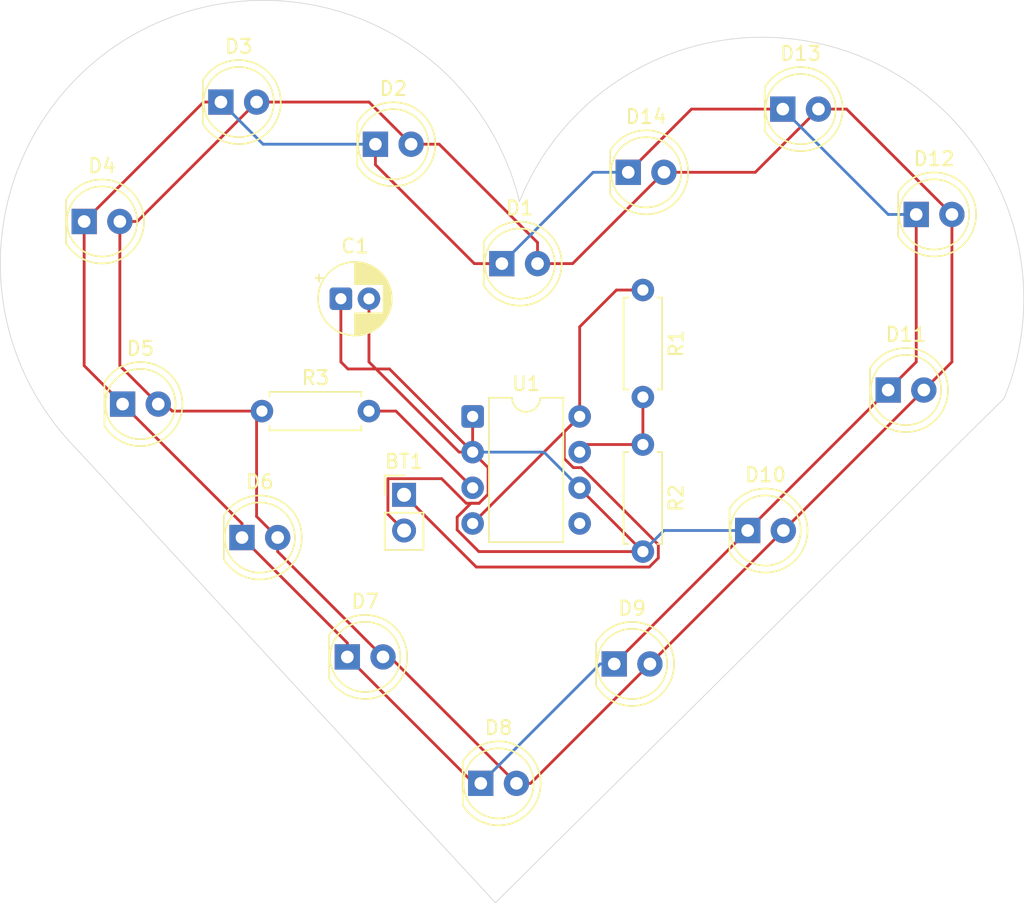
<source format=kicad_pcb>
(kicad_pcb (version 20241229) (generator "pcbnew") (generator_version "9.0")
  (layers (0 "F.Cu" signal) (2 "B.Cu" signal) (13 "F.Paste" user) (15 "B.Paste" user) (5 "F.SilkS" user "F.Silkscreen") (7 "B.SilkS" user "B.Silkscreen") (1 "F.Mask" user) (3 "B.Mask" user) (25 "Edge.Cuts" user))
  (net 0 "")
  (net 1 "+9V")
  (net 2 "GND")
  (net 3 "Net-(D1-A)")
  (net 5 "Net-(U1-OUT)")
  (net 6 "Net-(U1-DISCH)")
  (footprint "LED_THT:LED_D5.0mm" (layer "F.Cu") (at 183.96 67.5)
    (property "Reference" "D1" (at 1.27 -3.96 0) (layer "F.SilkS"))
    (property "Value" "LED")
    (fp_line (start -1.29 -1.545) (end -1.29 1.545) (stroke (width 0.12)) (layer "F.SilkS"))
    (fp_arc (start -1.29 -1.54483) (mid 2.071779 -2.880495) (end 4.26 0) (stroke (width 0.12)) (layer "F.SilkS"))
    (fp_arc (start 4.26 0) (mid 2.071779 2.880495) (end -1.29 1.54483) (stroke (width 0.12)) (layer "F.SilkS"))
    (fp_circle (center 1.27 0) (end 3.77 0) (stroke (width 0.12)) (fill no) (layer "F.SilkS"))
    (pad "1" thru_hole rect (at 0 0) (size 1.8 1.8) (drill 0.9) (layers "*.Cu" "*.Mask") (net 2 "GND"))
    (pad "2" thru_hole circle (at 2.54 0) (size 1.8 1.8) (drill 0.9) (layers "*.Cu" "*.Mask") (net 3 "Net-(D1-A)"))
  )
  (footprint "LED_THT:LED_D5.0mm" (layer "F.Cu") (at 192.96 61)
    (property "Reference" "D14" (at 1.27 -3.96 0) (layer "F.SilkS"))
    (property "Value" "LED")
    (fp_line (start -1.29 -1.545) (end -1.29 1.545) (stroke (width 0.12)) (layer "F.SilkS"))
    (fp_arc (start -1.29 -1.54483) (mid 2.071779 -2.880495) (end 4.26 0) (stroke (width 0.12)) (layer "F.SilkS"))
    (fp_arc (start 4.26 0) (mid 2.071779 2.880495) (end -1.29 1.54483) (stroke (width 0.12)) (layer "F.SilkS"))
    (fp_circle (center 1.27 0) (end 3.77 0) (stroke (width 0.12)) (fill no) (layer "F.SilkS"))
    (pad "1" thru_hole rect (at 0 0) (size 1.8 1.8) (drill 0.9) (layers "*.Cu" "*.Mask") (net 2 "GND"))
    (pad "2" thru_hole circle (at 2.54 0) (size 1.8 1.8) (drill 0.9) (layers "*.Cu" "*.Mask") (net 3 "Net-(D1-A)"))
  )
  (footprint "Connector_PinHeader_2.54mm:PinHeader_1x02_P2.54mm_Vertical" (layer "F.Cu") (at 177 83.96)
    (property "Reference" "BT1" (at 0 -2.38 0) (layer "F.SilkS"))
    (property "Value" "Battery")
    (fp_line (start -1.38 -1.38) (end 0 -1.38) (stroke (width 0.12)) (layer "F.SilkS"))
    (fp_line (start -1.38 0) (end -1.38 -1.38) (stroke (width 0.12)) (layer "F.SilkS"))
    (fp_line (start -1.38 1.27) (end -1.38 3.92) (stroke (width 0.12)) (layer "F.SilkS"))
    (fp_line (start -1.38 1.27) (end 1.38 1.27) (stroke (width 0.12)) (layer "F.SilkS"))
    (fp_line (start -1.38 3.92) (end 1.38 3.92) (stroke (width 0.12)) (layer "F.SilkS"))
    (fp_line (start 1.38 1.27) (end 1.38 3.92) (stroke (width 0.12)) (layer "F.SilkS"))
    (pad "1" thru_hole rect (at 0 0) (size 1.7 1.7) (drill 1) (layers "*.Cu" "*.Mask") (net 1 "+9V"))
    (pad "2" thru_hole circle (at 0 2.54) (size 1.7 1.7) (drill 1) (layers "*.Cu" "*.Mask") (net 2 "GND"))
  )
  (footprint "LED_THT:LED_D5.0mm" (layer "F.Cu") (at 203.96 56.5)
    (property "Reference" "D13" (at 1.27 -3.96 0) (layer "F.SilkS"))
    (property "Value" "LED")
    (fp_line (start -1.29 -1.545) (end -1.29 1.545) (stroke (width 0.12)) (layer "F.SilkS"))
    (fp_arc (start -1.29 -1.54483) (mid 2.071779 -2.880495) (end 4.26 0) (stroke (width 0.12)) (layer "F.SilkS"))
    (fp_arc (start 4.26 0) (mid 2.071779 2.880495) (end -1.29 1.54483) (stroke (width 0.12)) (layer "F.SilkS"))
    (fp_circle (center 1.27 0) (end 3.77 0) (stroke (width 0.12)) (fill no) (layer "F.SilkS"))
    (pad "1" thru_hole rect (at 0 0) (size 1.8 1.8) (drill 0.9) (layers "*.Cu" "*.Mask") (net 2 "GND"))
    (pad "2" thru_hole circle (at 2.54 0) (size 1.8 1.8) (drill 0.9) (layers "*.Cu" "*.Mask") (net 3 "Net-(D1-A)"))
  )
  (footprint "LED_THT:LED_D5.0mm" (layer "F.Cu") (at 154.225 64.5)
    (property "Reference" "D4" (at 1.27 -3.96 0) (layer "F.SilkS"))
    (property "Value" "LED")
    (fp_line (start -1.29 -1.545) (end -1.29 1.545) (stroke (width 0.12)) (layer "F.SilkS"))
    (fp_arc (start -1.29 -1.54483) (mid 2.071779 -2.880495) (end 4.26 0) (stroke (width 0.12)) (layer "F.SilkS"))
    (fp_arc (start 4.26 0) (mid 2.071779 2.880495) (end -1.29 1.54483) (stroke (width 0.12)) (layer "F.SilkS"))
    (fp_circle (center 1.27 0) (end 3.77 0) (stroke (width 0.12)) (fill no) (layer "F.SilkS"))
    (pad "1" thru_hole rect (at 0 0) (size 1.8 1.8) (drill 0.9) (layers "*.Cu" "*.Mask") (net 2 "GND"))
    (pad "2" thru_hole circle (at 2.54 0) (size 1.8 1.8) (drill 0.9) (layers "*.Cu" "*.Mask") (net 3 "Net-(D1-A)"))
  )
  (footprint "Resistor_THT:R_Axial_DIN0207_L6.3mm_D2.5mm_P7.62mm_Horizontal" (layer "F.Cu") (at 166.88 78)
    (property "Reference" "R3" (at 3.81 -2.37 0) (layer "F.SilkS"))
    (property "Value" "470")
    (fp_line (start 0.54 -1.37) (end 7.08 -1.37) (stroke (width 0.12)) (layer "F.SilkS"))
    (fp_line (start 0.54 -1.04) (end 0.54 -1.37) (stroke (width 0.12)) (layer "F.SilkS"))
    (fp_line (start 0.54 1.04) (end 0.54 1.37) (stroke (width 0.12)) (layer "F.SilkS"))
    (fp_line (start 0.54 1.37) (end 7.08 1.37) (stroke (width 0.12)) (layer "F.SilkS"))
    (fp_line (start 7.08 -1.37) (end 7.08 -1.04) (stroke (width 0.12)) (layer "F.SilkS"))
    (fp_line (start 7.08 1.37) (end 7.08 1.04) (stroke (width 0.12)) (layer "F.SilkS"))
    (pad "1" thru_hole circle (at 0 0) (size 1.6 1.6) (drill 0.8) (layers "*.Cu" "*.Mask") (net 3 "Net-(D1-A)"))
    (pad "2" thru_hole circle (at 7.62 0) (size 1.6 1.6) (drill 0.8) (layers "*.Cu" "*.Mask") (net 5 "Net-(U1-OUT)"))
  )
  (footprint "LED_THT:LED_D5.0mm" (layer "F.Cu") (at 172.96 95.5)
    (property "Reference" "D7" (at 1.27 -3.96 0) (layer "F.SilkS"))
    (property "Value" "LED")
    (fp_line (start -1.29 -1.545) (end -1.29 1.545) (stroke (width 0.12)) (layer "F.SilkS"))
    (fp_arc (start -1.29 -1.54483) (mid 2.071779 -2.880495) (end 4.26 0) (stroke (width 0.12)) (layer "F.SilkS"))
    (fp_arc (start 4.26 0) (mid 2.071779 2.880495) (end -1.29 1.54483) (stroke (width 0.12)) (layer "F.SilkS"))
    (fp_circle (center 1.27 0) (end 3.77 0) (stroke (width 0.12)) (fill no) (layer "F.SilkS"))
    (pad "1" thru_hole rect (at 0 0) (size 1.8 1.8) (drill 0.9) (layers "*.Cu" "*.Mask") (net 2 "GND"))
    (pad "2" thru_hole circle (at 2.54 0) (size 1.8 1.8) (drill 0.9) (layers "*.Cu" "*.Mask") (net 3 "Net-(D1-A)"))
  )
  (footprint "LED_THT:LED_D5.0mm" (layer "F.Cu") (at 191.96 96)
    (property "Reference" "D9" (at 1.27 -3.96 0) (layer "F.SilkS"))
    (property "Value" "LED")
    (fp_line (start -1.29 -1.545) (end -1.29 1.545) (stroke (width 0.12)) (layer "F.SilkS"))
    (fp_arc (start -1.29 -1.54483) (mid 2.071779 -2.880495) (end 4.26 0) (stroke (width 0.12)) (layer "F.SilkS"))
    (fp_arc (start 4.26 0) (mid 2.071779 2.880495) (end -1.29 1.54483) (stroke (width 0.12)) (layer "F.SilkS"))
    (fp_circle (center 1.27 0) (end 3.77 0) (stroke (width 0.12)) (fill no) (layer "F.SilkS"))
    (pad "1" thru_hole rect (at 0 0) (size 1.8 1.8) (drill 0.9) (layers "*.Cu" "*.Mask") (net 2 "GND"))
    (pad "2" thru_hole circle (at 2.54 0) (size 1.8 1.8) (drill 0.9) (layers "*.Cu" "*.Mask") (net 3 "Net-(D1-A)"))
  )
  (footprint "LED_THT:LED_D5.0mm" (layer "F.Cu") (at 213.46 64)
    (property "Reference" "D12" (at 1.27 -3.96 0) (layer "F.SilkS"))
    (property "Value" "LED")
    (fp_line (start -1.29 -1.545) (end -1.29 1.545) (stroke (width 0.12)) (layer "F.SilkS"))
    (fp_arc (start -1.29 -1.54483) (mid 2.071779 -2.880495) (end 4.26 0) (stroke (width 0.12)) (layer "F.SilkS"))
    (fp_arc (start 4.26 0) (mid 2.071779 2.880495) (end -1.29 1.54483) (stroke (width 0.12)) (layer "F.SilkS"))
    (fp_circle (center 1.27 0) (end 3.77 0) (stroke (width 0.12)) (fill no) (layer "F.SilkS"))
    (pad "1" thru_hole rect (at 0 0) (size 1.8 1.8) (drill 0.9) (layers "*.Cu" "*.Mask") (net 2 "GND"))
    (pad "2" thru_hole circle (at 2.54 0) (size 1.8 1.8) (drill 0.9) (layers "*.Cu" "*.Mask") (net 3 "Net-(D1-A)"))
  )
  (footprint "LED_THT:LED_D5.0mm" (layer "F.Cu") (at 201.46 86.5)
    (property "Reference" "D10" (at 1.27 -3.96 0) (layer "F.SilkS"))
    (property "Value" "LED")
    (fp_line (start -1.29 -1.545) (end -1.29 1.545) (stroke (width 0.12)) (layer "F.SilkS"))
    (fp_arc (start -1.29 -1.54483) (mid 2.071779 -2.880495) (end 4.26 0) (stroke (width 0.12)) (layer "F.SilkS"))
    (fp_arc (start 4.26 0) (mid 2.071779 2.880495) (end -1.29 1.54483) (stroke (width 0.12)) (layer "F.SilkS"))
    (fp_circle (center 1.27 0) (end 3.77 0) (stroke (width 0.12)) (fill no) (layer "F.SilkS"))
    (pad "1" thru_hole rect (at 0 0) (size 1.8 1.8) (drill 0.9) (layers "*.Cu" "*.Mask") (net 2 "GND"))
    (pad "2" thru_hole circle (at 2.54 0) (size 1.8 1.8) (drill 0.9) (layers "*.Cu" "*.Mask") (net 3 "Net-(D1-A)"))
  )
  (footprint "LED_THT:LED_D5.0mm" (layer "F.Cu") (at 182.46 104.5)
    (property "Reference" "D8" (at 1.27 -3.96 0) (layer "F.SilkS"))
    (property "Value" "LED")
    (fp_line (start -1.29 -1.545) (end -1.29 1.545) (stroke (width 0.12)) (layer "F.SilkS"))
    (fp_arc (start -1.29 -1.54483) (mid 2.071779 -2.880495) (end 4.26 0) (stroke (width 0.12)) (layer "F.SilkS"))
    (fp_arc (start 4.26 0) (mid 2.071779 2.880495) (end -1.29 1.54483) (stroke (width 0.12)) (layer "F.SilkS"))
    (fp_circle (center 1.27 0) (end 3.77 0) (stroke (width 0.12)) (fill no) (layer "F.SilkS"))
    (pad "1" thru_hole rect (at 0 0) (size 1.8 1.8) (drill 0.9) (layers "*.Cu" "*.Mask") (net 2 "GND"))
    (pad "2" thru_hole circle (at 2.54 0) (size 1.8 1.8) (drill 0.9) (layers "*.Cu" "*.Mask") (net 3 "Net-(D1-A)"))
  )
  (footprint "Resistor_THT:R_Axial_DIN0207_L6.3mm_D2.5mm_P7.62mm_Horizontal" (layer "F.Cu") (at 194 69.38 -90)
    (property "Reference" "R1" (at 3.81 -2.37 90) (layer "F.SilkS"))
    (property "Value" "68k")
    (fp_line (start 0.54 1.37) (end 7.08 1.37) (stroke (width 0.12)) (layer "F.SilkS"))
    (fp_line (start 7.08 1.37) (end 7.08 1.04) (stroke (width 0.12)) (layer "F.SilkS"))
    (fp_line (start 0.54 1.04) (end 0.54 1.37) (stroke (width 0.12)) (layer "F.SilkS"))
    (fp_line (start 0.54 -1.04) (end 0.54 -1.37) (stroke (width 0.12)) (layer "F.SilkS"))
    (fp_line (start 0.54 -1.37) (end 7.08 -1.37) (stroke (width 0.12)) (layer "F.SilkS"))
    (fp_line (start 7.08 -1.37) (end 7.08 -1.04) (stroke (width 0.12)) (layer "F.SilkS"))
    (pad "1" thru_hole circle (at 0 0 270) (size 1.6 1.6) (drill 0.8) (layers "*.Cu" "*.Mask") (net 1 "+9V"))
    (pad "2" thru_hole circle (at 7.62 0 270) (size 1.6 1.6) (drill 0.8) (layers "*.Cu" "*.Mask") (net 6 "Net-(U1-DISCH)"))
  )
  (footprint "LED_THT:LED_D5.0mm" (layer "F.Cu") (at 174.96 59)
    (property "Reference" "D2" (at 1.27 -3.96 0) (layer "F.SilkS"))
    (property "Value" "LED")
    (fp_line (start -1.29 -1.545) (end -1.29 1.545) (stroke (width 0.12)) (layer "F.SilkS"))
    (fp_arc (start -1.29 -1.54483) (mid 2.071779 -2.880495) (end 4.26 0) (stroke (width 0.12)) (layer "F.SilkS"))
    (fp_arc (start 4.26 0) (mid 2.071779 2.880495) (end -1.29 1.54483) (stroke (width 0.12)) (layer "F.SilkS"))
    (fp_circle (center 1.27 0) (end 3.77 0) (stroke (width 0.12)) (fill no) (layer "F.SilkS"))
    (pad "1" thru_hole rect (at 0 0) (size 1.8 1.8) (drill 0.9) (layers "*.Cu" "*.Mask") (net 2 "GND"))
    (pad "2" thru_hole circle (at 2.54 0) (size 1.8 1.8) (drill 0.9) (layers "*.Cu" "*.Mask") (net 3 "Net-(D1-A)"))
  )
  (footprint "LED_THT:LED_D5.0mm" (layer "F.Cu") (at 211.46 76.5)
    (property "Reference" "D11" (at 1.27 -3.96 0) (layer "F.SilkS"))
    (property "Value" "LED")
    (fp_line (start -1.29 -1.545) (end -1.29 1.545) (stroke (width 0.12)) (layer "F.SilkS"))
    (fp_arc (start -1.29 -1.54483) (mid 2.071779 -2.880495) (end 4.26 0) (stroke (width 0.12)) (layer "F.SilkS"))
    (fp_arc (start 4.26 0) (mid 2.071779 2.880495) (end -1.29 1.54483) (stroke (width 0.12)) (layer "F.SilkS"))
    (fp_circle (center 1.27 0) (end 3.77 0) (stroke (width 0.12)) (fill no) (layer "F.SilkS"))
    (pad "1" thru_hole rect (at 0 0) (size 1.8 1.8) (drill 0.9) (layers "*.Cu" "*.Mask") (net 2 "GND"))
    (pad "2" thru_hole circle (at 2.54 0) (size 1.8 1.8) (drill 0.9) (layers "*.Cu" "*.Mask") (net 3 "Net-(D1-A)"))
  )
  (footprint "LED_THT:LED_D5.0mm" (layer "F.Cu") (at 165.46 87)
    (property "Reference" "D6" (at 1.27 -3.96 0) (layer "F.SilkS"))
    (property "Value" "LED")
    (fp_line (start -1.29 -1.545) (end -1.29 1.545) (stroke (width 0.12)) (layer "F.SilkS"))
    (fp_arc (start -1.29 -1.54483) (mid 2.071779 -2.880495) (end 4.26 0) (stroke (width 0.12)) (layer "F.SilkS"))
    (fp_arc (start 4.26 0) (mid 2.071779 2.880495) (end -1.29 1.54483) (stroke (width 0.12)) (layer "F.SilkS"))
    (fp_circle (center 1.27 0) (end 3.77 0) (stroke (width 0.12)) (fill no) (layer "F.SilkS"))
    (pad "1" thru_hole rect (at 0 0) (size 1.8 1.8) (drill 0.9) (layers "*.Cu" "*.Mask") (net 2 "GND"))
    (pad "2" thru_hole circle (at 2.54 0) (size 1.8 1.8) (drill 0.9) (layers "*.Cu" "*.Mask") (net 3 "Net-(D1-A)"))
  )
  (footprint "Resistor_THT:R_Axial_DIN0207_L6.3mm_D2.5mm_P7.62mm_Horizontal" (layer "F.Cu") (at 194 80.38 -90)
    (property "Reference" "R2" (at 3.81 -2.37 90) (layer "F.SilkS"))
    (property "Value" "10k")
    (fp_line (start 0.54 1.37) (end 7.08 1.37) (stroke (width 0.12)) (layer "F.SilkS"))
    (fp_line (start 7.08 1.37) (end 7.08 1.04) (stroke (width 0.12)) (layer "F.SilkS"))
    (fp_line (start 0.54 1.04) (end 0.54 1.37) (stroke (width 0.12)) (layer "F.SilkS"))
    (fp_line (start 0.54 -1.04) (end 0.54 -1.37) (stroke (width 0.12)) (layer "F.SilkS"))
    (fp_line (start 0.54 -1.37) (end 7.08 -1.37) (stroke (width 0.12)) (layer "F.SilkS"))
    (fp_line (start 7.08 -1.37) (end 7.08 -1.04) (stroke (width 0.12)) (layer "F.SilkS"))
    (pad "1" thru_hole circle (at 0 0 270) (size 1.6 1.6) (drill 0.8) (layers "*.Cu" "*.Mask") (net 6 "Net-(U1-DISCH)"))
    (pad "2" thru_hole circle (at 7.62 0 270) (size 1.6 1.6) (drill 0.8) (layers "*.Cu" "*.Mask") (net 2 "GND"))
  )
  (footprint "LED_THT:LED_D5.0mm" (layer "F.Cu") (at 156.96 77.5)
    (property "Reference" "D5" (at 1.27 -3.96 0) (layer "F.SilkS"))
    (property "Value" "LED")
    (fp_line (start -1.29 -1.545) (end -1.29 1.545) (stroke (width 0.12)) (layer "F.SilkS"))
    (fp_arc (start -1.29 -1.54483) (mid 2.071779 -2.880495) (end 4.26 0) (stroke (width 0.12)) (layer "F.SilkS"))
    (fp_arc (start 4.26 0) (mid 2.071779 2.880495) (end -1.29 1.54483) (stroke (width 0.12)) (layer "F.SilkS"))
    (fp_circle (center 1.27 0) (end 3.77 0) (stroke (width 0.12)) (fill no) (layer "F.SilkS"))
    (pad "1" thru_hole rect (at 0 0) (size 1.8 1.8) (drill 0.9) (layers "*.Cu" "*.Mask") (net 2 "GND"))
    (pad "2" thru_hole circle (at 2.54 0) (size 1.8 1.8) (drill 0.9) (layers "*.Cu" "*.Mask") (net 3 "Net-(D1-A)"))
  )
  (footprint "Capacitor_THT:CP_Radial_D5.0mm_P2.00mm" (layer "F.Cu") (at 172.5 70)
    (property "Reference" "C1" (at 1 -3.75 0) (layer "F.SilkS"))
    (property "Value" "10uF")
    (fp_line (start -1.804775 -1.475) (end -1.304775 -1.475) (stroke (width 0.12)) (layer "F.SilkS"))
    (fp_line (start -1.554775 -1.725) (end -1.554775 -1.225) (stroke (width 0.12)) (layer "F.SilkS"))
    (fp_line (start 1 -2.58) (end 1 -1.04) (stroke (width 0.12)) (layer "F.SilkS"))
    (fp_line (start 1 1.04) (end 1 2.58) (stroke (width 0.12)) (layer "F.SilkS"))
    (fp_line (start 1.04 -2.58) (end 1.04 -1.04) (stroke (width 0.12)) (layer "F.SilkS"))
    (fp_line (start 1.04 1.04) (end 1.04 2.58) (stroke (width 0.12)) (layer "F.SilkS"))
    (fp_line (start 1.08 -2.579) (end 1.08 -1.04) (stroke (width 0.12)) (layer "F.SilkS"))
    (fp_line (start 1.08 1.04) (end 1.08 2.579) (stroke (width 0.12)) (layer "F.SilkS"))
    (fp_line (start 1.12 -2.577) (end 1.12 -1.04) (stroke (width 0.12)) (layer "F.SilkS"))
    (fp_line (start 1.12 1.04) (end 1.12 2.577) (stroke (width 0.12)) (layer "F.SilkS"))
    (fp_line (start 1.16 -2.575) (end 1.16 -1.04) (stroke (width 0.12)) (layer "F.SilkS"))
    (fp_line (start 1.16 1.04) (end 1.16 2.575) (stroke (width 0.12)) (layer "F.SilkS"))
    (fp_line (start 1.2 -2.572) (end 1.2 -1.04) (stroke (width 0.12)) (layer "F.SilkS"))
    (fp_line (start 1.2 1.04) (end 1.2 2.572) (stroke (width 0.12)) (layer "F.SilkS"))
    (fp_line (start 1.24 -2.569) (end 1.24 -1.04) (stroke (width 0.12)) (layer "F.SilkS"))
    (fp_line (start 1.24 1.04) (end 1.24 2.569) (stroke (width 0.12)) (layer "F.SilkS"))
    (fp_line (start 1.28 -2.565) (end 1.28 -1.04) (stroke (width 0.12)) (layer "F.SilkS"))
    (fp_line (start 1.28 1.04) (end 1.28 2.565) (stroke (width 0.12)) (layer "F.SilkS"))
    (fp_line (start 1.32 -2.56) (end 1.32 -1.04) (stroke (width 0.12)) (layer "F.SilkS"))
    (fp_line (start 1.32 1.04) (end 1.32 2.56) (stroke (width 0.12)) (layer "F.SilkS"))
    (fp_line (start 1.36 -2.555) (end 1.36 -1.04) (stroke (width 0.12)) (layer "F.SilkS"))
    (fp_line (start 1.36 1.04) (end 1.36 2.555) (stroke (width 0.12)) (layer "F.SilkS"))
    (fp_line (start 1.4 -2.549) (end 1.4 -1.04) (stroke (width 0.12)) (layer "F.SilkS"))
    (fp_line (start 1.4 1.04) (end 1.4 2.549) (stroke (width 0.12)) (layer "F.SilkS"))
    (fp_line (start 1.44 -2.543) (end 1.44 -1.04) (stroke (width 0.12)) (layer "F.SilkS"))
    (fp_line (start 1.44 1.04) (end 1.44 2.543) (stroke (width 0.12)) (layer "F.SilkS"))
    (fp_line (start 1.48 -2.536) (end 1.48 -1.04) (stroke (width 0.12)) (layer "F.SilkS"))
    (fp_line (start 1.48 1.04) (end 1.48 2.536) (stroke (width 0.12)) (layer "F.SilkS"))
    (fp_line (start 1.52 -2.528) (end 1.52 -1.04) (stroke (width 0.12)) (layer "F.SilkS"))
    (fp_line (start 1.52 1.04) (end 1.52 2.528) (stroke (width 0.12)) (layer "F.SilkS"))
    (fp_line (start 1.56 -2.519) (end 1.56 -1.04) (stroke (width 0.12)) (layer "F.SilkS"))
    (fp_line (start 1.56 1.04) (end 1.56 2.519) (stroke (width 0.12)) (layer "F.SilkS"))
    (fp_line (start 1.6 -2.51) (end 1.6 -1.04) (stroke (width 0.12)) (layer "F.SilkS"))
    (fp_line (start 1.6 1.04) (end 1.6 2.51) (stroke (width 0.12)) (layer "F.SilkS"))
    (fp_line (start 1.64 -2.501) (end 1.64 -1.04) (stroke (width 0.12)) (layer "F.SilkS"))
    (fp_line (start 1.64 1.04) (end 1.64 2.501) (stroke (width 0.12)) (layer "F.SilkS"))
    (fp_line (start 1.68 -2.49) (end 1.68 -1.04) (stroke (width 0.12)) (layer "F.SilkS"))
    (fp_line (start 1.68 1.04) (end 1.68 2.49) (stroke (width 0.12)) (layer "F.SilkS"))
    (fp_line (start 1.72 -2.479) (end 1.72 -1.04) (stroke (width 0.12)) (layer "F.SilkS"))
    (fp_line (start 1.72 1.04) (end 1.72 2.479) (stroke (width 0.12)) (layer "F.SilkS"))
    (fp_line (start 1.76 -2.467) (end 1.76 -1.04) (stroke (width 0.12)) (layer "F.SilkS"))
    (fp_line (start 1.76 1.04) (end 1.76 2.467) (stroke (width 0.12)) (layer "F.SilkS"))
    (fp_line (start 1.8 -2.455) (end 1.8 -1.04) (stroke (width 0.12)) (layer "F.SilkS"))
    (fp_line (start 1.8 1.04) (end 1.8 2.455) (stroke (width 0.12)) (layer "F.SilkS"))
    (fp_line (start 1.84 -2.442) (end 1.84 -1.04) (stroke (width 0.12)) (layer "F.SilkS"))
    (fp_line (start 1.84 1.04) (end 1.84 2.442) (stroke (width 0.12)) (layer "F.SilkS"))
    (fp_line (start 1.88 -2.428) (end 1.88 -1.04) (stroke (width 0.12)) (layer "F.SilkS"))
    (fp_line (start 1.88 1.04) (end 1.88 2.428) (stroke (width 0.12)) (layer "F.SilkS"))
    (fp_line (start 1.92 -2.413) (end 1.92 -1.04) (stroke (width 0.12)) (layer "F.SilkS"))
    (fp_line (start 1.92 1.04) (end 1.92 2.413) (stroke (width 0.12)) (layer "F.SilkS"))
    (fp_line (start 1.96 -2.398) (end 1.96 -1.04) (stroke (width 0.12)) (layer "F.SilkS"))
    (fp_line (start 1.96 1.04) (end 1.96 2.398) (stroke (width 0.12)) (layer "F.SilkS"))
    (fp_line (start 2 -2.382) (end 2 -1.04) (stroke (width 0.12)) (layer "F.SilkS"))
    (fp_line (start 2 1.04) (end 2 2.382) (stroke (width 0.12)) (layer "F.SilkS"))
    (fp_line (start 2.04 -2.365) (end 2.04 -1.04) (stroke (width 0.12)) (layer "F.SilkS"))
    (fp_line (start 2.04 1.04) (end 2.04 2.365) (stroke (width 0.12)) (layer "F.SilkS"))
    (fp_line (start 2.08 -2.347) (end 2.08 -1.04) (stroke (width 0.12)) (layer "F.SilkS"))
    (fp_line (start 2.08 1.04) (end 2.08 2.347) (stroke (width 0.12)) (layer "F.SilkS"))
    (fp_line (start 2.12 -2.329) (end 2.12 -1.04) (stroke (width 0.12)) (layer "F.SilkS"))
    (fp_line (start 2.12 1.04) (end 2.12 2.329) (stroke (width 0.12)) (layer "F.SilkS"))
    (fp_line (start 2.16 -2.309) (end 2.16 -1.04) (stroke (width 0.12)) (layer "F.SilkS"))
    (fp_line (start 2.16 1.04) (end 2.16 2.309) (stroke (width 0.12)) (layer "F.SilkS"))
    (fp_line (start 2.2 -2.289) (end 2.2 -1.04) (stroke (width 0.12)) (layer "F.SilkS"))
    (fp_line (start 2.2 1.04) (end 2.2 2.289) (stroke (width 0.12)) (layer "F.SilkS"))
    (fp_line (start 2.24 -2.268) (end 2.24 -1.04) (stroke (width 0.12)) (layer "F.SilkS"))
    (fp_line (start 2.24 1.04) (end 2.24 2.268) (stroke (width 0.12)) (layer "F.SilkS"))
    (fp_line (start 2.28 -2.246) (end 2.28 -1.04) (stroke (width 0.12)) (layer "F.SilkS"))
    (fp_line (start 2.28 1.04) (end 2.28 2.246) (stroke (width 0.12)) (layer "F.SilkS"))
    (fp_line (start 2.32 -2.223) (end 2.32 -1.04) (stroke (width 0.12)) (layer "F.SilkS"))
    (fp_line (start 2.32 1.04) (end 2.32 2.223) (stroke (width 0.12)) (layer "F.SilkS"))
    (fp_line (start 2.36 -2.199) (end 2.36 -1.04) (stroke (width 0.12)) (layer "F.SilkS"))
    (fp_line (start 2.36 1.04) (end 2.36 2.199) (stroke (width 0.12)) (layer "F.SilkS"))
    (fp_line (start 2.4 -2.175) (end 2.4 -1.04) (stroke (width 0.12)) (layer "F.SilkS"))
    (fp_line (start 2.4 1.04) (end 2.4 2.175) (stroke (width 0.12)) (layer "F.SilkS"))
    (fp_line (start 2.44 -2.149) (end 2.44 -1.04) (stroke (width 0.12)) (layer "F.SilkS"))
    (fp_line (start 2.44 1.04) (end 2.44 2.149) (stroke (width 0.12)) (layer "F.SilkS"))
    (fp_line (start 2.48 -2.122) (end 2.48 -1.04) (stroke (width 0.12)) (layer "F.SilkS"))
    (fp_line (start 2.48 1.04) (end 2.48 2.122) (stroke (width 0.12)) (layer "F.SilkS"))
    (fp_line (start 2.52 -2.094) (end 2.52 -1.04) (stroke (width 0.12)) (layer "F.SilkS"))
    (fp_line (start 2.52 1.04) (end 2.52 2.094) (stroke (width 0.12)) (layer "F.SilkS"))
    (fp_line (start 2.56 -2.065) (end 2.56 -1.04) (stroke (width 0.12)) (layer "F.SilkS"))
    (fp_line (start 2.56 1.04) (end 2.56 2.065) (stroke (width 0.12)) (layer "F.SilkS"))
    (fp_line (start 2.6 -2.035) (end 2.6 -1.04) (stroke (width 0.12)) (layer "F.SilkS"))
    (fp_line (start 2.6 1.04) (end 2.6 2.035) (stroke (width 0.12)) (layer "F.SilkS"))
    (fp_line (start 2.64 -2.003) (end 2.64 -1.04) (stroke (width 0.12)) (layer "F.SilkS"))
    (fp_line (start 2.64 1.04) (end 2.64 2.003) (stroke (width 0.12)) (layer "F.SilkS"))
    (fp_line (start 2.68 -1.97) (end 2.68 -1.04) (stroke (width 0.12)) (layer "F.SilkS"))
    (fp_line (start 2.68 1.04) (end 2.68 1.97) (stroke (width 0.12)) (layer "F.SilkS"))
    (fp_line (start 2.72 -1.936) (end 2.72 -1.04) (stroke (width 0.12)) (layer "F.SilkS"))
    (fp_line (start 2.72 1.04) (end 2.72 1.936) (stroke (width 0.12)) (layer "F.SilkS"))
    (fp_line (start 2.76 -1.901) (end 2.76 -1.04) (stroke (width 0.12)) (layer "F.SilkS"))
    (fp_line (start 2.76 1.04) (end 2.76 1.901) (stroke (width 0.12)) (layer "F.SilkS"))
    (fp_line (start 2.8 -1.864) (end 2.8 -1.04) (stroke (width 0.12)) (layer "F.SilkS"))
    (fp_line (start 2.8 1.04) (end 2.8 1.864) (stroke (width 0.12)) (layer "F.SilkS"))
    (fp_line (start 2.84 -1.825) (end 2.84 -1.04) (stroke (width 0.12)) (layer "F.SilkS"))
    (fp_line (start 2.84 1.04) (end 2.84 1.825) (stroke (width 0.12)) (layer "F.SilkS"))
    (fp_line (start 2.88 -1.785) (end 2.88 -1.04) (stroke (width 0.12)) (layer "F.SilkS"))
    (fp_line (start 2.88 1.04) (end 2.88 1.785) (stroke (width 0.12)) (layer "F.SilkS"))
    (fp_line (start 2.92 -1.743) (end 2.92 -1.04) (stroke (width 0.12)) (layer "F.SilkS"))
    (fp_line (start 2.92 1.04) (end 2.92 1.743) (stroke (width 0.12)) (layer "F.SilkS"))
    (fp_line (start 2.96 -1.699) (end 2.96 -1.04) (stroke (width 0.12)) (layer "F.SilkS"))
    (fp_line (start 2.96 1.04) (end 2.96 1.699) (stroke (width 0.12)) (layer "F.SilkS"))
    (fp_line (start 3 -1.652) (end 3 -1.04) (stroke (width 0.12)) (layer "F.SilkS"))
    (fp_line (start 3 1.04) (end 3 1.652) (stroke (width 0.12)) (layer "F.SilkS"))
    (fp_line (start 3.04 -1.604) (end 3.04 1.604) (stroke (width 0.12)) (layer "F.SilkS"))
    (fp_line (start 3.08 -1.553) (end 3.08 1.553) (stroke (width 0.12)) (layer "F.SilkS"))
    (fp_line (start 3.12 -1.499) (end 3.12 1.499) (stroke (width 0.12)) (layer "F.SilkS"))
    (fp_line (start 3.16 -1.443) (end 3.16 1.443) (stroke (width 0.12)) (layer "F.SilkS"))
    (fp_line (start 3.2 -1.383) (end 3.2 1.383) (stroke (width 0.12)) (layer "F.SilkS"))
    (fp_line (start 3.24 -1.319) (end 3.24 1.319) (stroke (width 0.12)) (layer "F.SilkS"))
    (fp_line (start 3.28 -1.251) (end 3.28 1.251) (stroke (width 0.12)) (layer "F.SilkS"))
    (fp_line (start 3.32 -1.177) (end 3.32 1.177) (stroke (width 0.12)) (layer "F.SilkS"))
    (fp_line (start 3.36 -1.098) (end 3.36 1.098) (stroke (width 0.12)) (layer "F.SilkS"))
    (fp_line (start 3.4 -1.011) (end 3.4 1.011) (stroke (width 0.12)) (layer "F.SilkS"))
    (fp_line (start 3.44 -0.914) (end 3.44 0.914) (stroke (width 0.12)) (layer "F.SilkS"))
    (fp_line (start 3.48 -0.805) (end 3.48 0.805) (stroke (width 0.12)) (layer "F.SilkS"))
    (fp_line (start 3.52 -0.677) (end 3.52 0.677) (stroke (width 0.12)) (layer "F.SilkS"))
    (fp_line (start 3.56 -0.517) (end 3.56 0.517) (stroke (width 0.12)) (layer "F.SilkS"))
    (fp_line (start 3.6 -0.283) (end 3.6 0.283) (stroke (width 0.12)) (layer "F.SilkS"))
    (fp_circle (center 1 0) (end 3.62 0) (stroke (width 0.12)) (fill no) (layer "F.SilkS"))
    (pad "1" thru_hole roundrect (at 0 0) (size 1.6 1.6) (drill 0.8) (layers "*.Cu" "*.Mask") (roundrect_rratio 0.15625) (net 2 "GND"))
    (pad "2" thru_hole circle (at 2 0) (size 1.6 1.6) (drill 0.8) (layers "*.Cu" "*.Mask") (net 2 "GND"))
  )
  (footprint "Package_DIP:DIP-8_W7.62mm" (layer "F.Cu") (at 181.88 78.38)
    (property "Reference" "U1" (at 3.81 -2.33 0) (layer "F.SilkS"))
    (property "Value" "NE555P")
    (fp_line (start 1.16 -1.33) (end 1.16 8.95) (stroke (width 0.12)) (layer "F.SilkS"))
    (fp_line (start 1.16 8.95) (end 6.46 8.95) (stroke (width 0.12)) (layer "F.SilkS"))
    (fp_line (start 2.81 -1.33) (end 1.16 -1.33) (stroke (width 0.12)) (layer "F.SilkS"))
    (fp_line (start 6.46 -1.33) (end 4.81 -1.33) (stroke (width 0.12)) (layer "F.SilkS"))
    (fp_line (start 6.46 8.95) (end 6.46 -1.33) (stroke (width 0.12)) (layer "F.SilkS"))
    (fp_arc (start 4.81 -1.33) (mid 3.81 -0.33) (end 2.81 -1.33) (stroke (width 0.12)) (layer "F.SilkS"))
    (pad "1" thru_hole roundrect (at 0 0) (size 1.6 1.6) (drill 0.8) (layers "*.Cu" "*.Mask") (roundrect_rratio 0.15625) (net 2 "GND"))
    (pad "2" thru_hole circle (at 0 2.54) (size 1.6 1.6) (drill 0.8) (layers "*.Cu" "*.Mask") (net 2 "GND"))
    (pad "3" thru_hole circle (at 0 5.08) (size 1.6 1.6) (drill 0.8) (layers "*.Cu" "*.Mask") (net 5 "Net-(U1-OUT)"))
    (pad "4" thru_hole circle (at 0 7.62) (size 1.6 1.6) (drill 0.8) (layers "*.Cu" "*.Mask") (net 1 "+9V"))
    (pad "5" thru_hole circle (at 7.62 7.62) (size 1.6 1.6) (drill 0.8) (layers "*.Cu" "*.Mask"))
    (pad "6" thru_hole circle (at 7.62 5.08) (size 1.6 1.6) (drill 0.8) (layers "*.Cu" "*.Mask") (net 2 "GND"))
    (pad "7" thru_hole circle (at 7.62 2.54) (size 1.6 1.6) (drill 0.8) (layers "*.Cu" "*.Mask") (net 6 "Net-(U1-DISCH)"))
    (pad "8" thru_hole circle (at 7.62 0) (size 1.6 1.6) (drill 0.8) (layers "*.Cu" "*.Mask") (net 1 "+9V"))
  )
  (footprint "LED_THT:LED_D5.0mm" (layer "F.Cu") (at 163.96 56)
    (property "Reference" "D3" (at 1.27 -3.96 0) (layer "F.SilkS"))
    (property "Value" "LED")
    (fp_line (start -1.29 -1.545) (end -1.29 1.545) (stroke (width 0.12)) (layer "F.SilkS"))
    (fp_arc (start -1.29 -1.54483) (mid 2.071779 -2.880495) (end 4.26 0) (stroke (width 0.12)) (layer "F.SilkS"))
    (fp_arc (start 4.26 0) (mid 2.071779 2.880495) (end -1.29 1.54483) (stroke (width 0.12)) (layer "F.SilkS"))
    (fp_circle (center 1.27 0) (end 3.77 0) (stroke (width 0.12)) (fill no) (layer "F.SilkS"))
    (pad "1" thru_hole rect (at 0 0) (size 1.8 1.8) (drill 0.9) (layers "*.Cu" "*.Mask") (net 2 "GND"))
    (pad "2" thru_hole circle (at 2.54 0) (size 1.8 1.8) (drill 0.9) (layers "*.Cu" "*.Mask") (net 3 "Net-(D1-A)"))
  )
  (gr_line (start 153.500001 80.5) (end 183.5 113) (stroke (width 0.05)) (layer "Edge.Cuts"))
  (gr_arc (start 185.214346 63.085527) (mid 209.501592 52.74945) (end 219.715008 77.088533) (stroke (width 0.05)) (layer "Edge.Cuts"))
  (gr_arc (start 153.500001 80.5) (mid 157.979344 51.072044) (end 185.214346 63.085527) (stroke (width 0.05)) (layer "Edge.Cuts"))
  (gr_line (start 183.5 113) (end 219.715006 77.088533) (stroke (width 0.05)) (layer "Edge.Cuts"))
  (segment (start 181.88 86) (end 189.5 78.38) (width 0.2) (layer "F.Cu") (net 1))
  (segment (start 189.5 72) (end 192.12 69.38) (width 0.2) (layer "F.Cu") (net 1))
  (segment (start 188.399 79.481) (end 189.5 78.38) (width 0.2) (layer "F.Cu") (net 1))
  (segment (start 192.12 69.38) (end 194 69.38) (width 0.2) (layer "F.Cu") (net 1))
  (segment (start 177 83.96) (end 182.141 89.101) (width 0.2) (layer "F.Cu") (net 1))
  (segment (start 189.5 78.38) (end 189.5 72) (width 0.2) (layer "F.Cu") (net 1))
  (segment (start 189.61805 82.021) (end 189.04395 82.021) (width 0.2) (layer "F.Cu") (net 1))
  (segment (start 194.45605 89.101) (end 195.101 88.45605) (width 0.2) (layer "F.Cu") (net 1))
  (segment (start 188.399 81.37605) (end 188.399 79.481) (width 0.2) (layer "F.Cu") (net 1))
  (segment (start 195.101 87.50395) (end 189.61805 82.021) (width 0.2) (layer "F.Cu") (net 1))
  (segment (start 195.101 88.45605) (end 195.101 87.50395) (width 0.2) (layer "F.Cu") (net 1))
  (segment (start 182.141 89.101) (end 194.45605 89.101) (width 0.2) (layer "F.Cu") (net 1))
  (segment (start 189.04395 82.021) (end 188.399 81.37605) (width 0.2) (layer "F.Cu") (net 1))
  (segment (start 213.46 74.5) (end 211.46 76.5) (width 0.2) (layer "F.Cu") (net 2))
  (segment (start 172.5 74.5) (end 173 75) (width 0.2) (layer "F.Cu") (net 2))
  (segment (start 181.88 80.92) (end 181.88 78.38) (width 0.2) (layer "F.Cu") (net 2))
  (segment (start 182.46 104.5) (end 181.96 104.5) (width 0.2) (layer "F.Cu") (net 2))
  (segment (start 180.779 85.54395) (end 181.76195 84.561) (width 0.2) (layer "F.Cu") (net 2))
  (segment (start 181.42395 84.561) (end 182.33605 84.561) (width 0.2) (layer "F.Cu") (net 2))
  (segment (start 213.46 64) (end 213.46 74.5) (width 0.2) (layer "F.Cu") (net 2))
  (segment (start 182.32295 88) (end 180.779 86.45605) (width 0.2) (layer "F.Cu") (net 2))
  (segment (start 175.849 82.809) (end 179.67195 82.809) (width 0.2) (layer "F.Cu") (net 2))
  (segment (start 192.96 61) (end 197.46 56.5) (width 0.2) (layer "F.Cu") (net 2))
  (segment (start 181.76195 84.561) (end 182.33605 84.561) (width 0.2) (layer "F.Cu") (net 2))
  (segment (start 173 75) (end 175.96 75) (width 0.2) (layer "F.Cu") (net 2))
  (segment (start 194 88) (end 182.32295 88) (width 0.2) (layer "F.Cu") (net 2))
  (segment (start 154.225 64.5) (end 162.725 56) (width 0.2) (layer "F.Cu") (net 2))
  (segment (start 174.5 74.5) (end 180.92 80.92) (width 0.2) (layer "F.Cu") (net 2))
  (segment (start 175.96 75) (end 181.88 80.92) (width 0.2) (layer "F.Cu") (net 2))
  (segment (start 172.96 94.5) (end 165.46 87) (width 0.2) (layer "F.Cu") (net 2))
  (segment (start 182 67.5) (end 174.96 60.46) (width 0.2) (layer "F.Cu") (net 2))
  (segment (start 174.5 70) (end 174.5 74.5) (width 0.2) (layer "F.Cu") (net 2))
  (segment (start 180.92 80.92) (end 181.88 80.92) (width 0.2) (layer "F.Cu") (net 2))
  (segment (start 183.96 67.5) (end 183.96 67.158471) (width 0.2) (layer "F.Cu") (net 2))
  (segment (start 180.779 86.45605) (end 180.779 85.54395) (width 0.2) (layer "F.Cu") (net 2))
  (segment (start 182.981 82.021) (end 181.88 80.92) (width 0.2) (layer "F.Cu") (net 2))
  (segment (start 175.849 85.349) (end 175.849 82.809) (width 0.2) (layer "F.Cu") (net 2))
  (segment (start 177 86.5) (end 175.849 85.349) (width 0.2) (layer "F.Cu") (net 2))
  (segment (start 201.46 86.5) (end 191.96 96) (width 0.2) (layer "F.Cu") (net 2))
  (segment (start 154.225 74.765) (end 154.225 64.5) (width 0.2) (layer "F.Cu") (net 2))
  (segment (start 197.46 56.5) (end 203.96 56.5) (width 0.2) (layer "F.Cu") (net 2))
  (segment (start 174.96 60.46) (end 174.96 59) (width 0.2) (layer "F.Cu") (net 2))
  (segment (start 165.46 87) (end 165.46 86) (width 0.2) (layer "F.Cu") (net 2))
  (segment (start 156.96 77.5) (end 154.225 74.765) (width 0.2) (layer "F.Cu") (net 2))
  (segment (start 194 88) (end 189.5 83.5) (width 0.2) (layer "F.Cu") (net 2))
  (segment (start 189.5 83.5) (end 189.5 83.46) (width 0.2) (layer "F.Cu") (net 2))
  (segment (start 211.46 76.5) (end 201.46 86.5) (width 0.2) (layer "F.Cu") (net 2))
  (segment (start 182.981 83.91605) (end 182.981 82.021) (width 0.2) (layer "F.Cu") (net 2))
  (segment (start 182.33605 84.561) (end 182.981 83.91605) (width 0.2) (layer "F.Cu") (net 2))
  (segment (start 183.96 67.5) (end 182 67.5) (width 0.2) (layer "F.Cu") (net 2))
  (segment (start 162.725 56) (end 163.96 56) (width 0.2) (layer "F.Cu") (net 2))
  (segment (start 172.5 70) (end 172.5 74.5) (width 0.2) (layer "F.Cu") (net 2))
  (segment (start 174.96 59) (end 175.46 59) (width 0.2) (layer "F.Cu") (net 2))
  (segment (start 179.67195 82.809) (end 181.42395 84.561) (width 0.2) (layer "F.Cu") (net 2))
  (segment (start 165.46 86) (end 156.96 77.5) (width 0.2) (layer "F.Cu") (net 2))
  (segment (start 181.96 104.5) (end 172.96 95.5) (width 0.2) (layer "F.Cu") (net 2))
  (segment (start 172.96 95.5) (end 172.96 94.5) (width 0.2) (layer "F.Cu") (net 2))
  (segment (start 183.96 67.5) (end 190.46 61) (width 0.2) (layer "B.Cu") (net 2))
  (segment (start 190.46 61) (end 192.96 61) (width 0.2) (layer "B.Cu") (net 2))
  (segment (start 191.96 96) (end 190.96 96) (width 0.2) (layer "B.Cu") (net 2))
  (segment (start 195.5 86.5) (end 194 88) (width 0.2) (layer "B.Cu") (net 2))
  (segment (start 163.96 56) (end 166.96 59) (width 0.2) (layer "B.Cu") (net 2))
  (segment (start 203.96 56.5) (end 211.46 64) (width 0.2) (layer "B.Cu") (net 2))
  (segment (start 211.46 64) (end 213.46 64) (width 0.2) (layer "B.Cu") (net 2))
  (segment (start 186.96 80.92) (end 189.5 83.46) (width 0.2) (layer "B.Cu") (net 2))
  (segment (start 190.96 96) (end 182.46 104.5) (width 0.2) (layer "B.Cu") (net 2))
  (segment (start 201.46 86.5) (end 195.5 86.5) (width 0.2) (layer "B.Cu") (net 2))
  (segment (start 181.88 80.92) (end 186.96 80.92) (width 0.2) (layer "B.Cu") (net 2))
  (segment (start 166.96 59) (end 174.96 59) (width 0.2) (layer "B.Cu") (net 2))
  (segment (start 160 77.5) (end 160.5 78) (width 0.2) (layer "F.Cu") (net 3))
  (segment (start 194.5 96) (end 204 86.5) (width 0.2) (layer "F.Cu") (net 3))
  (segment (start 185 104.5) (end 186 104.5) (width 0.2) (layer "F.Cu") (net 3))
  (segment (start 168 88) (end 175.5 95.5) (width 0.2) (layer "F.Cu") (net 3))
  (segment (start 158 64.5) (end 156.765 64.5) (width 0.2) (layer "F.Cu") (net 3))
  (segment (start 202 61) (end 195.5 61) (width 0.2) (layer "F.Cu") (net 3))
  (segment (start 206.5 56.5) (end 207 56) (width 0.2) (layer "F.Cu") (net 3))
  (segment (start 214 76.5) (end 216 74.5) (width 0.2) (layer "F.Cu") (net 3))
  (segment (start 186.5 67.5) (end 186.5 66) (width 0.2) (layer "F.Cu") (net 3))
  (segment (start 189 67.5) (end 195.5 61) (width 0.2) (layer "F.Cu") (net 3))
  (segment (start 166.5 56) (end 158 64.5) (width 0.2) (layer "F.Cu") (net 3))
  (segment (start 159.5 77.5) (end 160 77.5) (width 0.2) (layer "F.Cu") (net 3))
  (segment (start 166.5 85.5) (end 168 87) (width 0.2) (layer "F.Cu") (net 3))
  (segment (start 166.5 56) (end 174.5 56) (width 0.2) (layer "F.Cu") (net 3))
  (segment (start 166.5 78.38) (end 166.5 85.5) (width 0.2) (layer "F.Cu") (net 3))
  (segment (start 216 74.5) (end 216 64) (width 0.2) (layer "F.Cu") (net 3))
  (segment (start 208.5 56.5) (end 206.5 56.5) (width 0.2) (layer "F.Cu") (net 3))
  (segment (start 156.765 74.765) (end 159.5 77.5) (width 0.2) (layer "F.Cu") (net 3))
  (segment (start 168 87) (end 168 88) (width 0.2) (layer "F.Cu") (net 3))
  (segment (start 160.5 78) (end 166.88 78) (width 0.2) (layer "F.Cu") (net 3))
  (segment (start 175.5 95.5) (end 176 95.5) (width 0.2) (layer "F.Cu") (net 3))
  (segment (start 186.5 66) (end 179.5 59) (width 0.2) (layer "F.Cu") (net 3))
  (segment (start 156.765 64.5) (end 156.765 74.765) (width 0.2) (layer "F.Cu") (net 3))
  (segment (start 177.5 59.5) (end 177.5 59) (width 0.2) (layer "F.Cu") (net 3))
  (segment (start 166.88 78) (end 166.5 78.38) (width 0.2) (layer "F.Cu") (net 3))
  (segment (start 174.5 56) (end 177.5 59) (width 0.2) (layer "F.Cu") (net 3))
  (segment (start 186 104.5) (end 194.5 96) (width 0.2) (layer "F.Cu") (net 3))
  (segment (start 186.5 67.5) (end 189 67.5) (width 0.2) (layer "F.Cu") (net 3))
  (segment (start 216 64) (end 208.5 56.5) (width 0.2) (layer "F.Cu") (net 3))
  (segment (start 206.5 56.5) (end 202 61) (width 0.2) (layer "F.Cu") (net 3))
  (segment (start 204 86.5) (end 214 76.5) (width 0.2) (layer "F.Cu") (net 3))
  (segment (start 176 95.5) (end 185 104.5) (width 0.2) (layer "F.Cu") (net 3))
  (segment (start 179.5 59) (end 177.5 59) (width 0.2) (layer "F.Cu") (net 3))
  (segment (start 176.42 78) (end 181.88 83.46) (width 0.2) (layer "F.Cu") (net 5))
  (segment (start 174.5 78) (end 176.42 78) (width 0.2) (layer "F.Cu") (net 5))
  (segment (start 190.04 80.38) (end 189.5 80.92) (width 0.2) (layer "F.Cu") (net 6))
  (segment (start 194 77) (end 194 80.38) (width 0.2) (layer "F.Cu") (net 6))
  (segment (start 194 80.38) (end 190.04 80.38) (width 0.2) (layer "F.Cu") (net 6))
)
</source>
